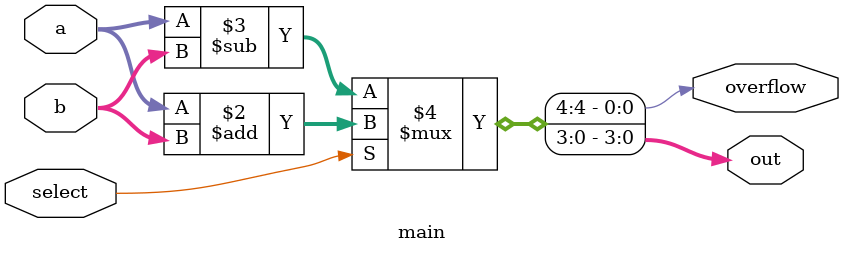
<source format=v>
module main(a, b, select, out, overflow);
input [3:0] a, b;
input select;
output reg [3:0] out;
output reg overflow;

always@(*)
begin
	{overflow, out} = (select) ? a+b : a-b;
end
endmodule
</source>
